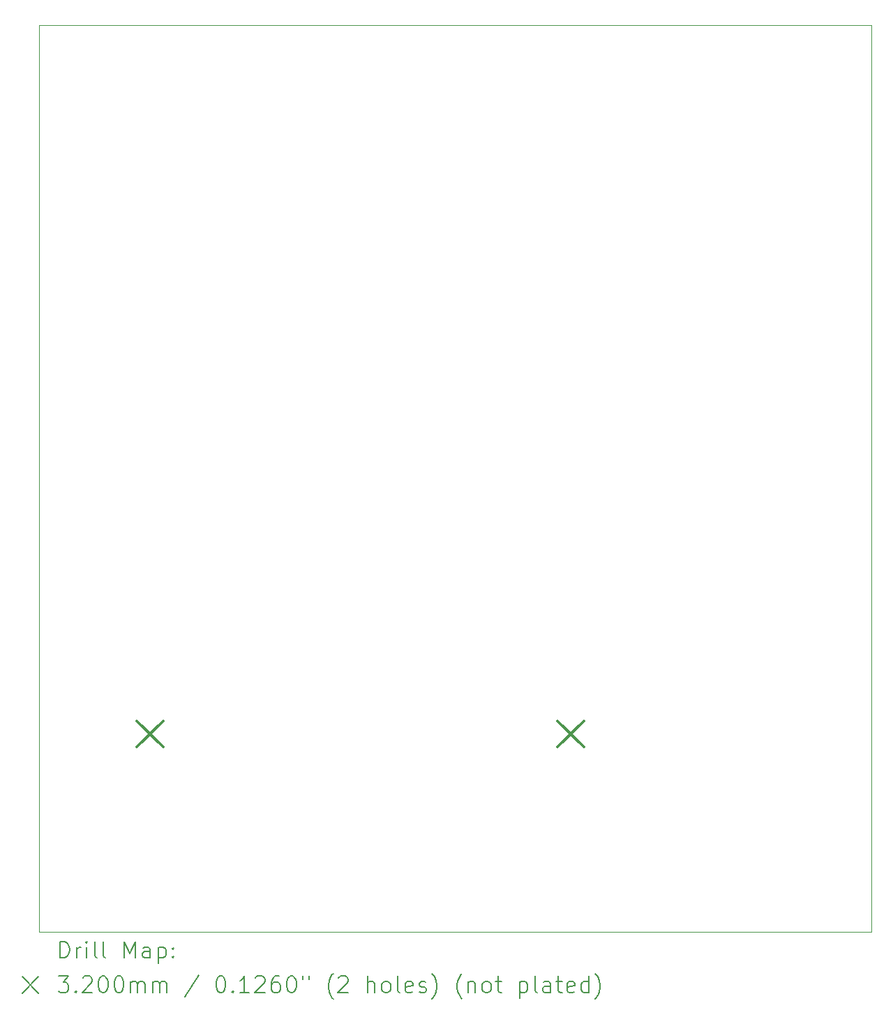
<source format=gbr>
%TF.GenerationSoftware,KiCad,Pcbnew,8.0.5*%
%TF.CreationDate,2024-11-24T11:12:50+01:00*%
%TF.ProjectId,midi-2-cv,6d696469-2d32-42d6-9376-2e6b69636164,rev?*%
%TF.SameCoordinates,Original*%
%TF.FileFunction,Drillmap*%
%TF.FilePolarity,Positive*%
%FSLAX45Y45*%
G04 Gerber Fmt 4.5, Leading zero omitted, Abs format (unit mm)*
G04 Created by KiCad (PCBNEW 8.0.5) date 2024-11-24 11:12:50*
%MOMM*%
%LPD*%
G01*
G04 APERTURE LIST*
%ADD10C,0.100000*%
%ADD11C,0.200000*%
%ADD12C,0.320000*%
G04 APERTURE END LIST*
D10*
X5000000Y-5000000D02*
X15100000Y-5000000D01*
X15100000Y-16000000D01*
X5000000Y-16000000D01*
X5000000Y-5000000D01*
D11*
D12*
X6190000Y-13440000D02*
X6510000Y-13760000D01*
X6510000Y-13440000D02*
X6190000Y-13760000D01*
X11290000Y-13440000D02*
X11610000Y-13760000D01*
X11610000Y-13440000D02*
X11290000Y-13760000D01*
D11*
X5255777Y-16316484D02*
X5255777Y-16116484D01*
X5255777Y-16116484D02*
X5303396Y-16116484D01*
X5303396Y-16116484D02*
X5331967Y-16126008D01*
X5331967Y-16126008D02*
X5351015Y-16145055D01*
X5351015Y-16145055D02*
X5360539Y-16164103D01*
X5360539Y-16164103D02*
X5370063Y-16202198D01*
X5370063Y-16202198D02*
X5370063Y-16230769D01*
X5370063Y-16230769D02*
X5360539Y-16268865D01*
X5360539Y-16268865D02*
X5351015Y-16287912D01*
X5351015Y-16287912D02*
X5331967Y-16306960D01*
X5331967Y-16306960D02*
X5303396Y-16316484D01*
X5303396Y-16316484D02*
X5255777Y-16316484D01*
X5455777Y-16316484D02*
X5455777Y-16183150D01*
X5455777Y-16221246D02*
X5465301Y-16202198D01*
X5465301Y-16202198D02*
X5474824Y-16192674D01*
X5474824Y-16192674D02*
X5493872Y-16183150D01*
X5493872Y-16183150D02*
X5512920Y-16183150D01*
X5579586Y-16316484D02*
X5579586Y-16183150D01*
X5579586Y-16116484D02*
X5570063Y-16126008D01*
X5570063Y-16126008D02*
X5579586Y-16135531D01*
X5579586Y-16135531D02*
X5589110Y-16126008D01*
X5589110Y-16126008D02*
X5579586Y-16116484D01*
X5579586Y-16116484D02*
X5579586Y-16135531D01*
X5703396Y-16316484D02*
X5684348Y-16306960D01*
X5684348Y-16306960D02*
X5674824Y-16287912D01*
X5674824Y-16287912D02*
X5674824Y-16116484D01*
X5808158Y-16316484D02*
X5789110Y-16306960D01*
X5789110Y-16306960D02*
X5779586Y-16287912D01*
X5779586Y-16287912D02*
X5779586Y-16116484D01*
X6036729Y-16316484D02*
X6036729Y-16116484D01*
X6036729Y-16116484D02*
X6103396Y-16259341D01*
X6103396Y-16259341D02*
X6170062Y-16116484D01*
X6170062Y-16116484D02*
X6170062Y-16316484D01*
X6351015Y-16316484D02*
X6351015Y-16211722D01*
X6351015Y-16211722D02*
X6341491Y-16192674D01*
X6341491Y-16192674D02*
X6322443Y-16183150D01*
X6322443Y-16183150D02*
X6284348Y-16183150D01*
X6284348Y-16183150D02*
X6265301Y-16192674D01*
X6351015Y-16306960D02*
X6331967Y-16316484D01*
X6331967Y-16316484D02*
X6284348Y-16316484D01*
X6284348Y-16316484D02*
X6265301Y-16306960D01*
X6265301Y-16306960D02*
X6255777Y-16287912D01*
X6255777Y-16287912D02*
X6255777Y-16268865D01*
X6255777Y-16268865D02*
X6265301Y-16249817D01*
X6265301Y-16249817D02*
X6284348Y-16240293D01*
X6284348Y-16240293D02*
X6331967Y-16240293D01*
X6331967Y-16240293D02*
X6351015Y-16230769D01*
X6446253Y-16183150D02*
X6446253Y-16383150D01*
X6446253Y-16192674D02*
X6465301Y-16183150D01*
X6465301Y-16183150D02*
X6503396Y-16183150D01*
X6503396Y-16183150D02*
X6522443Y-16192674D01*
X6522443Y-16192674D02*
X6531967Y-16202198D01*
X6531967Y-16202198D02*
X6541491Y-16221246D01*
X6541491Y-16221246D02*
X6541491Y-16278388D01*
X6541491Y-16278388D02*
X6531967Y-16297436D01*
X6531967Y-16297436D02*
X6522443Y-16306960D01*
X6522443Y-16306960D02*
X6503396Y-16316484D01*
X6503396Y-16316484D02*
X6465301Y-16316484D01*
X6465301Y-16316484D02*
X6446253Y-16306960D01*
X6627205Y-16297436D02*
X6636729Y-16306960D01*
X6636729Y-16306960D02*
X6627205Y-16316484D01*
X6627205Y-16316484D02*
X6617682Y-16306960D01*
X6617682Y-16306960D02*
X6627205Y-16297436D01*
X6627205Y-16297436D02*
X6627205Y-16316484D01*
X6627205Y-16192674D02*
X6636729Y-16202198D01*
X6636729Y-16202198D02*
X6627205Y-16211722D01*
X6627205Y-16211722D02*
X6617682Y-16202198D01*
X6617682Y-16202198D02*
X6627205Y-16192674D01*
X6627205Y-16192674D02*
X6627205Y-16211722D01*
X4795000Y-16545000D02*
X4995000Y-16745000D01*
X4995000Y-16545000D02*
X4795000Y-16745000D01*
X5236729Y-16536484D02*
X5360539Y-16536484D01*
X5360539Y-16536484D02*
X5293872Y-16612674D01*
X5293872Y-16612674D02*
X5322444Y-16612674D01*
X5322444Y-16612674D02*
X5341491Y-16622198D01*
X5341491Y-16622198D02*
X5351015Y-16631722D01*
X5351015Y-16631722D02*
X5360539Y-16650769D01*
X5360539Y-16650769D02*
X5360539Y-16698388D01*
X5360539Y-16698388D02*
X5351015Y-16717436D01*
X5351015Y-16717436D02*
X5341491Y-16726960D01*
X5341491Y-16726960D02*
X5322444Y-16736484D01*
X5322444Y-16736484D02*
X5265301Y-16736484D01*
X5265301Y-16736484D02*
X5246253Y-16726960D01*
X5246253Y-16726960D02*
X5236729Y-16717436D01*
X5446253Y-16717436D02*
X5455777Y-16726960D01*
X5455777Y-16726960D02*
X5446253Y-16736484D01*
X5446253Y-16736484D02*
X5436729Y-16726960D01*
X5436729Y-16726960D02*
X5446253Y-16717436D01*
X5446253Y-16717436D02*
X5446253Y-16736484D01*
X5531967Y-16555531D02*
X5541491Y-16546008D01*
X5541491Y-16546008D02*
X5560539Y-16536484D01*
X5560539Y-16536484D02*
X5608158Y-16536484D01*
X5608158Y-16536484D02*
X5627205Y-16546008D01*
X5627205Y-16546008D02*
X5636729Y-16555531D01*
X5636729Y-16555531D02*
X5646253Y-16574579D01*
X5646253Y-16574579D02*
X5646253Y-16593627D01*
X5646253Y-16593627D02*
X5636729Y-16622198D01*
X5636729Y-16622198D02*
X5522444Y-16736484D01*
X5522444Y-16736484D02*
X5646253Y-16736484D01*
X5770062Y-16536484D02*
X5789110Y-16536484D01*
X5789110Y-16536484D02*
X5808158Y-16546008D01*
X5808158Y-16546008D02*
X5817682Y-16555531D01*
X5817682Y-16555531D02*
X5827205Y-16574579D01*
X5827205Y-16574579D02*
X5836729Y-16612674D01*
X5836729Y-16612674D02*
X5836729Y-16660293D01*
X5836729Y-16660293D02*
X5827205Y-16698388D01*
X5827205Y-16698388D02*
X5817682Y-16717436D01*
X5817682Y-16717436D02*
X5808158Y-16726960D01*
X5808158Y-16726960D02*
X5789110Y-16736484D01*
X5789110Y-16736484D02*
X5770062Y-16736484D01*
X5770062Y-16736484D02*
X5751015Y-16726960D01*
X5751015Y-16726960D02*
X5741491Y-16717436D01*
X5741491Y-16717436D02*
X5731967Y-16698388D01*
X5731967Y-16698388D02*
X5722443Y-16660293D01*
X5722443Y-16660293D02*
X5722443Y-16612674D01*
X5722443Y-16612674D02*
X5731967Y-16574579D01*
X5731967Y-16574579D02*
X5741491Y-16555531D01*
X5741491Y-16555531D02*
X5751015Y-16546008D01*
X5751015Y-16546008D02*
X5770062Y-16536484D01*
X5960539Y-16536484D02*
X5979586Y-16536484D01*
X5979586Y-16536484D02*
X5998634Y-16546008D01*
X5998634Y-16546008D02*
X6008158Y-16555531D01*
X6008158Y-16555531D02*
X6017682Y-16574579D01*
X6017682Y-16574579D02*
X6027205Y-16612674D01*
X6027205Y-16612674D02*
X6027205Y-16660293D01*
X6027205Y-16660293D02*
X6017682Y-16698388D01*
X6017682Y-16698388D02*
X6008158Y-16717436D01*
X6008158Y-16717436D02*
X5998634Y-16726960D01*
X5998634Y-16726960D02*
X5979586Y-16736484D01*
X5979586Y-16736484D02*
X5960539Y-16736484D01*
X5960539Y-16736484D02*
X5941491Y-16726960D01*
X5941491Y-16726960D02*
X5931967Y-16717436D01*
X5931967Y-16717436D02*
X5922443Y-16698388D01*
X5922443Y-16698388D02*
X5912920Y-16660293D01*
X5912920Y-16660293D02*
X5912920Y-16612674D01*
X5912920Y-16612674D02*
X5922443Y-16574579D01*
X5922443Y-16574579D02*
X5931967Y-16555531D01*
X5931967Y-16555531D02*
X5941491Y-16546008D01*
X5941491Y-16546008D02*
X5960539Y-16536484D01*
X6112920Y-16736484D02*
X6112920Y-16603150D01*
X6112920Y-16622198D02*
X6122443Y-16612674D01*
X6122443Y-16612674D02*
X6141491Y-16603150D01*
X6141491Y-16603150D02*
X6170063Y-16603150D01*
X6170063Y-16603150D02*
X6189110Y-16612674D01*
X6189110Y-16612674D02*
X6198634Y-16631722D01*
X6198634Y-16631722D02*
X6198634Y-16736484D01*
X6198634Y-16631722D02*
X6208158Y-16612674D01*
X6208158Y-16612674D02*
X6227205Y-16603150D01*
X6227205Y-16603150D02*
X6255777Y-16603150D01*
X6255777Y-16603150D02*
X6274824Y-16612674D01*
X6274824Y-16612674D02*
X6284348Y-16631722D01*
X6284348Y-16631722D02*
X6284348Y-16736484D01*
X6379586Y-16736484D02*
X6379586Y-16603150D01*
X6379586Y-16622198D02*
X6389110Y-16612674D01*
X6389110Y-16612674D02*
X6408158Y-16603150D01*
X6408158Y-16603150D02*
X6436729Y-16603150D01*
X6436729Y-16603150D02*
X6455777Y-16612674D01*
X6455777Y-16612674D02*
X6465301Y-16631722D01*
X6465301Y-16631722D02*
X6465301Y-16736484D01*
X6465301Y-16631722D02*
X6474824Y-16612674D01*
X6474824Y-16612674D02*
X6493872Y-16603150D01*
X6493872Y-16603150D02*
X6522443Y-16603150D01*
X6522443Y-16603150D02*
X6541491Y-16612674D01*
X6541491Y-16612674D02*
X6551015Y-16631722D01*
X6551015Y-16631722D02*
X6551015Y-16736484D01*
X6941491Y-16526960D02*
X6770063Y-16784103D01*
X7198634Y-16536484D02*
X7217682Y-16536484D01*
X7217682Y-16536484D02*
X7236729Y-16546008D01*
X7236729Y-16546008D02*
X7246253Y-16555531D01*
X7246253Y-16555531D02*
X7255777Y-16574579D01*
X7255777Y-16574579D02*
X7265301Y-16612674D01*
X7265301Y-16612674D02*
X7265301Y-16660293D01*
X7265301Y-16660293D02*
X7255777Y-16698388D01*
X7255777Y-16698388D02*
X7246253Y-16717436D01*
X7246253Y-16717436D02*
X7236729Y-16726960D01*
X7236729Y-16726960D02*
X7217682Y-16736484D01*
X7217682Y-16736484D02*
X7198634Y-16736484D01*
X7198634Y-16736484D02*
X7179586Y-16726960D01*
X7179586Y-16726960D02*
X7170063Y-16717436D01*
X7170063Y-16717436D02*
X7160539Y-16698388D01*
X7160539Y-16698388D02*
X7151015Y-16660293D01*
X7151015Y-16660293D02*
X7151015Y-16612674D01*
X7151015Y-16612674D02*
X7160539Y-16574579D01*
X7160539Y-16574579D02*
X7170063Y-16555531D01*
X7170063Y-16555531D02*
X7179586Y-16546008D01*
X7179586Y-16546008D02*
X7198634Y-16536484D01*
X7351015Y-16717436D02*
X7360539Y-16726960D01*
X7360539Y-16726960D02*
X7351015Y-16736484D01*
X7351015Y-16736484D02*
X7341491Y-16726960D01*
X7341491Y-16726960D02*
X7351015Y-16717436D01*
X7351015Y-16717436D02*
X7351015Y-16736484D01*
X7551015Y-16736484D02*
X7436729Y-16736484D01*
X7493872Y-16736484D02*
X7493872Y-16536484D01*
X7493872Y-16536484D02*
X7474825Y-16565055D01*
X7474825Y-16565055D02*
X7455777Y-16584103D01*
X7455777Y-16584103D02*
X7436729Y-16593627D01*
X7627206Y-16555531D02*
X7636729Y-16546008D01*
X7636729Y-16546008D02*
X7655777Y-16536484D01*
X7655777Y-16536484D02*
X7703396Y-16536484D01*
X7703396Y-16536484D02*
X7722444Y-16546008D01*
X7722444Y-16546008D02*
X7731967Y-16555531D01*
X7731967Y-16555531D02*
X7741491Y-16574579D01*
X7741491Y-16574579D02*
X7741491Y-16593627D01*
X7741491Y-16593627D02*
X7731967Y-16622198D01*
X7731967Y-16622198D02*
X7617682Y-16736484D01*
X7617682Y-16736484D02*
X7741491Y-16736484D01*
X7912920Y-16536484D02*
X7874825Y-16536484D01*
X7874825Y-16536484D02*
X7855777Y-16546008D01*
X7855777Y-16546008D02*
X7846253Y-16555531D01*
X7846253Y-16555531D02*
X7827206Y-16584103D01*
X7827206Y-16584103D02*
X7817682Y-16622198D01*
X7817682Y-16622198D02*
X7817682Y-16698388D01*
X7817682Y-16698388D02*
X7827206Y-16717436D01*
X7827206Y-16717436D02*
X7836729Y-16726960D01*
X7836729Y-16726960D02*
X7855777Y-16736484D01*
X7855777Y-16736484D02*
X7893872Y-16736484D01*
X7893872Y-16736484D02*
X7912920Y-16726960D01*
X7912920Y-16726960D02*
X7922444Y-16717436D01*
X7922444Y-16717436D02*
X7931967Y-16698388D01*
X7931967Y-16698388D02*
X7931967Y-16650769D01*
X7931967Y-16650769D02*
X7922444Y-16631722D01*
X7922444Y-16631722D02*
X7912920Y-16622198D01*
X7912920Y-16622198D02*
X7893872Y-16612674D01*
X7893872Y-16612674D02*
X7855777Y-16612674D01*
X7855777Y-16612674D02*
X7836729Y-16622198D01*
X7836729Y-16622198D02*
X7827206Y-16631722D01*
X7827206Y-16631722D02*
X7817682Y-16650769D01*
X8055777Y-16536484D02*
X8074825Y-16536484D01*
X8074825Y-16536484D02*
X8093872Y-16546008D01*
X8093872Y-16546008D02*
X8103396Y-16555531D01*
X8103396Y-16555531D02*
X8112920Y-16574579D01*
X8112920Y-16574579D02*
X8122444Y-16612674D01*
X8122444Y-16612674D02*
X8122444Y-16660293D01*
X8122444Y-16660293D02*
X8112920Y-16698388D01*
X8112920Y-16698388D02*
X8103396Y-16717436D01*
X8103396Y-16717436D02*
X8093872Y-16726960D01*
X8093872Y-16726960D02*
X8074825Y-16736484D01*
X8074825Y-16736484D02*
X8055777Y-16736484D01*
X8055777Y-16736484D02*
X8036729Y-16726960D01*
X8036729Y-16726960D02*
X8027206Y-16717436D01*
X8027206Y-16717436D02*
X8017682Y-16698388D01*
X8017682Y-16698388D02*
X8008158Y-16660293D01*
X8008158Y-16660293D02*
X8008158Y-16612674D01*
X8008158Y-16612674D02*
X8017682Y-16574579D01*
X8017682Y-16574579D02*
X8027206Y-16555531D01*
X8027206Y-16555531D02*
X8036729Y-16546008D01*
X8036729Y-16546008D02*
X8055777Y-16536484D01*
X8198634Y-16536484D02*
X8198634Y-16574579D01*
X8274825Y-16536484D02*
X8274825Y-16574579D01*
X8570063Y-16812674D02*
X8560539Y-16803150D01*
X8560539Y-16803150D02*
X8541491Y-16774579D01*
X8541491Y-16774579D02*
X8531968Y-16755531D01*
X8531968Y-16755531D02*
X8522444Y-16726960D01*
X8522444Y-16726960D02*
X8512920Y-16679341D01*
X8512920Y-16679341D02*
X8512920Y-16641246D01*
X8512920Y-16641246D02*
X8522444Y-16593627D01*
X8522444Y-16593627D02*
X8531968Y-16565055D01*
X8531968Y-16565055D02*
X8541491Y-16546008D01*
X8541491Y-16546008D02*
X8560539Y-16517436D01*
X8560539Y-16517436D02*
X8570063Y-16507912D01*
X8636730Y-16555531D02*
X8646253Y-16546008D01*
X8646253Y-16546008D02*
X8665301Y-16536484D01*
X8665301Y-16536484D02*
X8712920Y-16536484D01*
X8712920Y-16536484D02*
X8731968Y-16546008D01*
X8731968Y-16546008D02*
X8741491Y-16555531D01*
X8741491Y-16555531D02*
X8751015Y-16574579D01*
X8751015Y-16574579D02*
X8751015Y-16593627D01*
X8751015Y-16593627D02*
X8741491Y-16622198D01*
X8741491Y-16622198D02*
X8627206Y-16736484D01*
X8627206Y-16736484D02*
X8751015Y-16736484D01*
X8989111Y-16736484D02*
X8989111Y-16536484D01*
X9074825Y-16736484D02*
X9074825Y-16631722D01*
X9074825Y-16631722D02*
X9065301Y-16612674D01*
X9065301Y-16612674D02*
X9046253Y-16603150D01*
X9046253Y-16603150D02*
X9017682Y-16603150D01*
X9017682Y-16603150D02*
X8998634Y-16612674D01*
X8998634Y-16612674D02*
X8989111Y-16622198D01*
X9198634Y-16736484D02*
X9179587Y-16726960D01*
X9179587Y-16726960D02*
X9170063Y-16717436D01*
X9170063Y-16717436D02*
X9160539Y-16698388D01*
X9160539Y-16698388D02*
X9160539Y-16641246D01*
X9160539Y-16641246D02*
X9170063Y-16622198D01*
X9170063Y-16622198D02*
X9179587Y-16612674D01*
X9179587Y-16612674D02*
X9198634Y-16603150D01*
X9198634Y-16603150D02*
X9227206Y-16603150D01*
X9227206Y-16603150D02*
X9246253Y-16612674D01*
X9246253Y-16612674D02*
X9255777Y-16622198D01*
X9255777Y-16622198D02*
X9265301Y-16641246D01*
X9265301Y-16641246D02*
X9265301Y-16698388D01*
X9265301Y-16698388D02*
X9255777Y-16717436D01*
X9255777Y-16717436D02*
X9246253Y-16726960D01*
X9246253Y-16726960D02*
X9227206Y-16736484D01*
X9227206Y-16736484D02*
X9198634Y-16736484D01*
X9379587Y-16736484D02*
X9360539Y-16726960D01*
X9360539Y-16726960D02*
X9351015Y-16707912D01*
X9351015Y-16707912D02*
X9351015Y-16536484D01*
X9531968Y-16726960D02*
X9512920Y-16736484D01*
X9512920Y-16736484D02*
X9474825Y-16736484D01*
X9474825Y-16736484D02*
X9455777Y-16726960D01*
X9455777Y-16726960D02*
X9446253Y-16707912D01*
X9446253Y-16707912D02*
X9446253Y-16631722D01*
X9446253Y-16631722D02*
X9455777Y-16612674D01*
X9455777Y-16612674D02*
X9474825Y-16603150D01*
X9474825Y-16603150D02*
X9512920Y-16603150D01*
X9512920Y-16603150D02*
X9531968Y-16612674D01*
X9531968Y-16612674D02*
X9541492Y-16631722D01*
X9541492Y-16631722D02*
X9541492Y-16650769D01*
X9541492Y-16650769D02*
X9446253Y-16669817D01*
X9617682Y-16726960D02*
X9636730Y-16736484D01*
X9636730Y-16736484D02*
X9674825Y-16736484D01*
X9674825Y-16736484D02*
X9693873Y-16726960D01*
X9693873Y-16726960D02*
X9703396Y-16707912D01*
X9703396Y-16707912D02*
X9703396Y-16698388D01*
X9703396Y-16698388D02*
X9693873Y-16679341D01*
X9693873Y-16679341D02*
X9674825Y-16669817D01*
X9674825Y-16669817D02*
X9646253Y-16669817D01*
X9646253Y-16669817D02*
X9627206Y-16660293D01*
X9627206Y-16660293D02*
X9617682Y-16641246D01*
X9617682Y-16641246D02*
X9617682Y-16631722D01*
X9617682Y-16631722D02*
X9627206Y-16612674D01*
X9627206Y-16612674D02*
X9646253Y-16603150D01*
X9646253Y-16603150D02*
X9674825Y-16603150D01*
X9674825Y-16603150D02*
X9693873Y-16612674D01*
X9770063Y-16812674D02*
X9779587Y-16803150D01*
X9779587Y-16803150D02*
X9798634Y-16774579D01*
X9798634Y-16774579D02*
X9808158Y-16755531D01*
X9808158Y-16755531D02*
X9817682Y-16726960D01*
X9817682Y-16726960D02*
X9827206Y-16679341D01*
X9827206Y-16679341D02*
X9827206Y-16641246D01*
X9827206Y-16641246D02*
X9817682Y-16593627D01*
X9817682Y-16593627D02*
X9808158Y-16565055D01*
X9808158Y-16565055D02*
X9798634Y-16546008D01*
X9798634Y-16546008D02*
X9779587Y-16517436D01*
X9779587Y-16517436D02*
X9770063Y-16507912D01*
X10131968Y-16812674D02*
X10122444Y-16803150D01*
X10122444Y-16803150D02*
X10103396Y-16774579D01*
X10103396Y-16774579D02*
X10093873Y-16755531D01*
X10093873Y-16755531D02*
X10084349Y-16726960D01*
X10084349Y-16726960D02*
X10074825Y-16679341D01*
X10074825Y-16679341D02*
X10074825Y-16641246D01*
X10074825Y-16641246D02*
X10084349Y-16593627D01*
X10084349Y-16593627D02*
X10093873Y-16565055D01*
X10093873Y-16565055D02*
X10103396Y-16546008D01*
X10103396Y-16546008D02*
X10122444Y-16517436D01*
X10122444Y-16517436D02*
X10131968Y-16507912D01*
X10208158Y-16603150D02*
X10208158Y-16736484D01*
X10208158Y-16622198D02*
X10217682Y-16612674D01*
X10217682Y-16612674D02*
X10236730Y-16603150D01*
X10236730Y-16603150D02*
X10265301Y-16603150D01*
X10265301Y-16603150D02*
X10284349Y-16612674D01*
X10284349Y-16612674D02*
X10293873Y-16631722D01*
X10293873Y-16631722D02*
X10293873Y-16736484D01*
X10417682Y-16736484D02*
X10398634Y-16726960D01*
X10398634Y-16726960D02*
X10389111Y-16717436D01*
X10389111Y-16717436D02*
X10379587Y-16698388D01*
X10379587Y-16698388D02*
X10379587Y-16641246D01*
X10379587Y-16641246D02*
X10389111Y-16622198D01*
X10389111Y-16622198D02*
X10398634Y-16612674D01*
X10398634Y-16612674D02*
X10417682Y-16603150D01*
X10417682Y-16603150D02*
X10446254Y-16603150D01*
X10446254Y-16603150D02*
X10465301Y-16612674D01*
X10465301Y-16612674D02*
X10474825Y-16622198D01*
X10474825Y-16622198D02*
X10484349Y-16641246D01*
X10484349Y-16641246D02*
X10484349Y-16698388D01*
X10484349Y-16698388D02*
X10474825Y-16717436D01*
X10474825Y-16717436D02*
X10465301Y-16726960D01*
X10465301Y-16726960D02*
X10446254Y-16736484D01*
X10446254Y-16736484D02*
X10417682Y-16736484D01*
X10541492Y-16603150D02*
X10617682Y-16603150D01*
X10570063Y-16536484D02*
X10570063Y-16707912D01*
X10570063Y-16707912D02*
X10579587Y-16726960D01*
X10579587Y-16726960D02*
X10598634Y-16736484D01*
X10598634Y-16736484D02*
X10617682Y-16736484D01*
X10836730Y-16603150D02*
X10836730Y-16803150D01*
X10836730Y-16612674D02*
X10855777Y-16603150D01*
X10855777Y-16603150D02*
X10893873Y-16603150D01*
X10893873Y-16603150D02*
X10912920Y-16612674D01*
X10912920Y-16612674D02*
X10922444Y-16622198D01*
X10922444Y-16622198D02*
X10931968Y-16641246D01*
X10931968Y-16641246D02*
X10931968Y-16698388D01*
X10931968Y-16698388D02*
X10922444Y-16717436D01*
X10922444Y-16717436D02*
X10912920Y-16726960D01*
X10912920Y-16726960D02*
X10893873Y-16736484D01*
X10893873Y-16736484D02*
X10855777Y-16736484D01*
X10855777Y-16736484D02*
X10836730Y-16726960D01*
X11046254Y-16736484D02*
X11027206Y-16726960D01*
X11027206Y-16726960D02*
X11017682Y-16707912D01*
X11017682Y-16707912D02*
X11017682Y-16536484D01*
X11208158Y-16736484D02*
X11208158Y-16631722D01*
X11208158Y-16631722D02*
X11198634Y-16612674D01*
X11198634Y-16612674D02*
X11179587Y-16603150D01*
X11179587Y-16603150D02*
X11141492Y-16603150D01*
X11141492Y-16603150D02*
X11122444Y-16612674D01*
X11208158Y-16726960D02*
X11189111Y-16736484D01*
X11189111Y-16736484D02*
X11141492Y-16736484D01*
X11141492Y-16736484D02*
X11122444Y-16726960D01*
X11122444Y-16726960D02*
X11112920Y-16707912D01*
X11112920Y-16707912D02*
X11112920Y-16688865D01*
X11112920Y-16688865D02*
X11122444Y-16669817D01*
X11122444Y-16669817D02*
X11141492Y-16660293D01*
X11141492Y-16660293D02*
X11189111Y-16660293D01*
X11189111Y-16660293D02*
X11208158Y-16650769D01*
X11274825Y-16603150D02*
X11351015Y-16603150D01*
X11303396Y-16536484D02*
X11303396Y-16707912D01*
X11303396Y-16707912D02*
X11312920Y-16726960D01*
X11312920Y-16726960D02*
X11331968Y-16736484D01*
X11331968Y-16736484D02*
X11351015Y-16736484D01*
X11493873Y-16726960D02*
X11474825Y-16736484D01*
X11474825Y-16736484D02*
X11436730Y-16736484D01*
X11436730Y-16736484D02*
X11417682Y-16726960D01*
X11417682Y-16726960D02*
X11408158Y-16707912D01*
X11408158Y-16707912D02*
X11408158Y-16631722D01*
X11408158Y-16631722D02*
X11417682Y-16612674D01*
X11417682Y-16612674D02*
X11436730Y-16603150D01*
X11436730Y-16603150D02*
X11474825Y-16603150D01*
X11474825Y-16603150D02*
X11493873Y-16612674D01*
X11493873Y-16612674D02*
X11503396Y-16631722D01*
X11503396Y-16631722D02*
X11503396Y-16650769D01*
X11503396Y-16650769D02*
X11408158Y-16669817D01*
X11674825Y-16736484D02*
X11674825Y-16536484D01*
X11674825Y-16726960D02*
X11655777Y-16736484D01*
X11655777Y-16736484D02*
X11617682Y-16736484D01*
X11617682Y-16736484D02*
X11598634Y-16726960D01*
X11598634Y-16726960D02*
X11589111Y-16717436D01*
X11589111Y-16717436D02*
X11579587Y-16698388D01*
X11579587Y-16698388D02*
X11579587Y-16641246D01*
X11579587Y-16641246D02*
X11589111Y-16622198D01*
X11589111Y-16622198D02*
X11598634Y-16612674D01*
X11598634Y-16612674D02*
X11617682Y-16603150D01*
X11617682Y-16603150D02*
X11655777Y-16603150D01*
X11655777Y-16603150D02*
X11674825Y-16612674D01*
X11751015Y-16812674D02*
X11760539Y-16803150D01*
X11760539Y-16803150D02*
X11779587Y-16774579D01*
X11779587Y-16774579D02*
X11789111Y-16755531D01*
X11789111Y-16755531D02*
X11798634Y-16726960D01*
X11798634Y-16726960D02*
X11808158Y-16679341D01*
X11808158Y-16679341D02*
X11808158Y-16641246D01*
X11808158Y-16641246D02*
X11798634Y-16593627D01*
X11798634Y-16593627D02*
X11789111Y-16565055D01*
X11789111Y-16565055D02*
X11779587Y-16546008D01*
X11779587Y-16546008D02*
X11760539Y-16517436D01*
X11760539Y-16517436D02*
X11751015Y-16507912D01*
M02*

</source>
